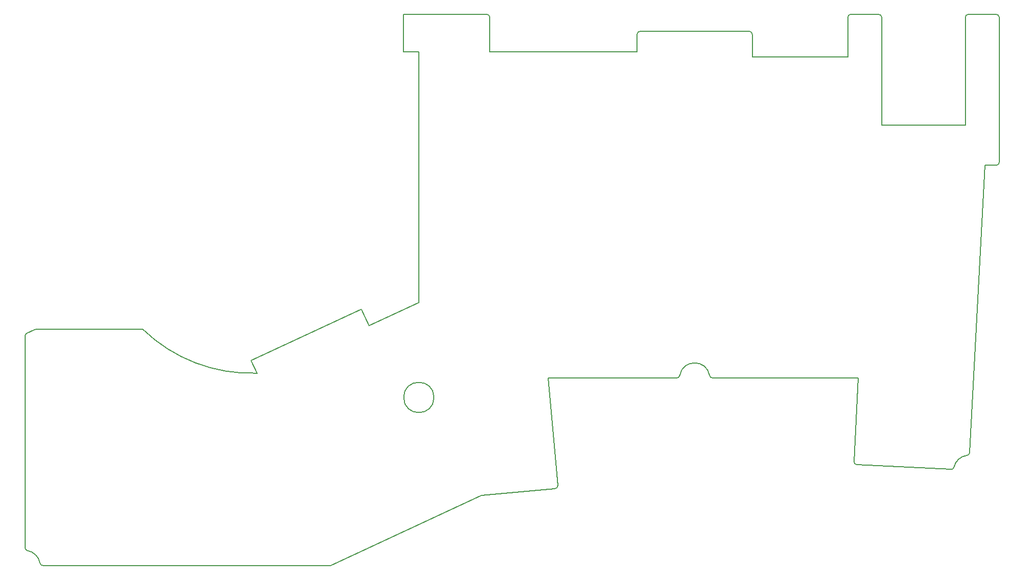
<source format=gbr>
%TF.GenerationSoftware,KiCad,Pcbnew,7.0.7*%
%TF.CreationDate,2024-08-30T08:21:22+09:00*%
%TF.ProjectId,evoroll,65766f72-6f6c-46c2-9e6b-696361645f70,rev?*%
%TF.SameCoordinates,Original*%
%TF.FileFunction,Profile,NP*%
%FSLAX46Y46*%
G04 Gerber Fmt 4.6, Leading zero omitted, Abs format (unit mm)*
G04 Created by KiCad (PCBNEW 7.0.7) date 2024-08-30 08:21:22*
%MOMM*%
%LPD*%
G01*
G04 APERTURE LIST*
%TA.AperFunction,Profile*%
%ADD10C,0.200000*%
%TD*%
G04 APERTURE END LIST*
D10*
X92831688Y-115476267D02*
X104939175Y-114416999D01*
X19320760Y-88100000D02*
G75*
G03*
X19109451Y-88146846I2J-500008D01*
G01*
X67904513Y-127100000D02*
X92831688Y-115476267D01*
X173135744Y-36083017D02*
G75*
G03*
X172635744Y-36583087I40J-500040D01*
G01*
X17813691Y-88751068D02*
G75*
G03*
X17525001Y-89204222I211310J-453153D01*
G01*
X20483040Y-127100000D02*
X67904513Y-127100000D01*
X94185754Y-36583087D02*
G75*
G03*
X93685744Y-36083087I-499970J30D01*
G01*
X17525001Y-89204222D02*
X17525001Y-124141960D01*
X118985744Y-38883017D02*
G75*
G03*
X118485744Y-39383087I40J-500040D01*
G01*
X19109451Y-88146846D02*
X17813691Y-88751068D01*
X137485754Y-39383087D02*
G75*
G03*
X136985744Y-38883087I-499970J30D01*
G01*
X36970472Y-88100000D02*
X19320760Y-88100000D01*
X153735744Y-36083017D02*
G75*
G03*
X153235744Y-36583087I40J-500040D01*
G01*
X36970473Y-88099999D02*
G75*
G03*
X55785853Y-95327283I17904421J18506594D01*
G01*
X178235754Y-36583087D02*
G75*
G03*
X177735744Y-36083087I-499970J30D01*
G01*
X54810533Y-93235703D02*
X55785853Y-95327284D01*
X177735744Y-61009017D02*
G75*
G03*
X178235744Y-60509036I40J499960D01*
G01*
X73027320Y-84741076D02*
X54810533Y-93235703D01*
X172914654Y-108903984D02*
G75*
G03*
X173356542Y-108433380I-57470J496727D01*
G01*
X74295174Y-87459999D02*
X73027320Y-84741076D01*
X130943784Y-96133087D02*
X154975099Y-96133087D01*
X172914649Y-108903939D02*
G75*
G03*
X170761884Y-110842261I287035J-2483418D01*
G01*
X130450776Y-95716420D02*
G75*
G03*
X125520712Y-95716420I-2465032J-416667D01*
G01*
X19990033Y-126683333D02*
G75*
G03*
X17941667Y-124634967I-2465033J-416667D01*
G01*
X93685744Y-36083087D02*
X79985744Y-36083087D01*
X84985744Y-99336480D02*
G75*
G03*
X84985744Y-99336480I-2500000J0D01*
G01*
X17525001Y-124141960D02*
G75*
G03*
X17941667Y-124634966I499998J-1D01*
G01*
X19990033Y-126683333D02*
G75*
G03*
X20483040Y-127100000I493008J83334D01*
G01*
X130450753Y-95716424D02*
G75*
G03*
X130943784Y-96133087I493031J83367D01*
G01*
X79985744Y-42283087D02*
X82485744Y-42283087D01*
X104939172Y-114416962D02*
G75*
G03*
X105393693Y-113875324I-43588J498105D01*
G01*
X79985744Y-36083087D02*
X79985744Y-42283087D01*
X125027704Y-96133082D02*
G75*
G03*
X125520711Y-95716420I-20J500025D01*
G01*
X170247743Y-111232597D02*
G75*
G03*
X170761882Y-110842261I26141J499340D01*
G01*
X82485744Y-83640674D02*
X74295174Y-87459999D01*
X82485744Y-42283087D02*
X82485744Y-83640674D01*
X154253990Y-109893671D02*
G75*
G03*
X154727084Y-110419150I499294J-26186D01*
G01*
X105393694Y-113875324D02*
X103841450Y-96133087D01*
X158835744Y-36583087D02*
X158835744Y-54383087D01*
X103841450Y-96133087D02*
X125027704Y-96133087D01*
X158835744Y-54383087D02*
X172635744Y-54383087D01*
X154975099Y-96133087D02*
X154253938Y-109893668D01*
X172635744Y-54383087D02*
X172635744Y-36583087D01*
X154727084Y-110419151D02*
X170247745Y-111232554D01*
X158335744Y-36083087D02*
X153735744Y-36083087D01*
X173356543Y-108433380D02*
X175841947Y-61009036D01*
X158835754Y-36583087D02*
G75*
G03*
X158335744Y-36083087I-499970J30D01*
G01*
X175841947Y-61009036D02*
X177735744Y-61009036D01*
X178235744Y-60509036D02*
X178235744Y-36583087D01*
X177735744Y-36083087D02*
X173135744Y-36083087D01*
X153235744Y-36583087D02*
X153235744Y-43133087D01*
X153235744Y-43133087D02*
X137485744Y-43133087D01*
X137485744Y-43133087D02*
X137485744Y-39383087D01*
X136985744Y-38883087D02*
X118985744Y-38883087D01*
X118485744Y-39383087D02*
X118485744Y-42283087D01*
X118485744Y-42283087D02*
X94185744Y-42283087D01*
X94185744Y-42283087D02*
X94185744Y-36583087D01*
M02*

</source>
